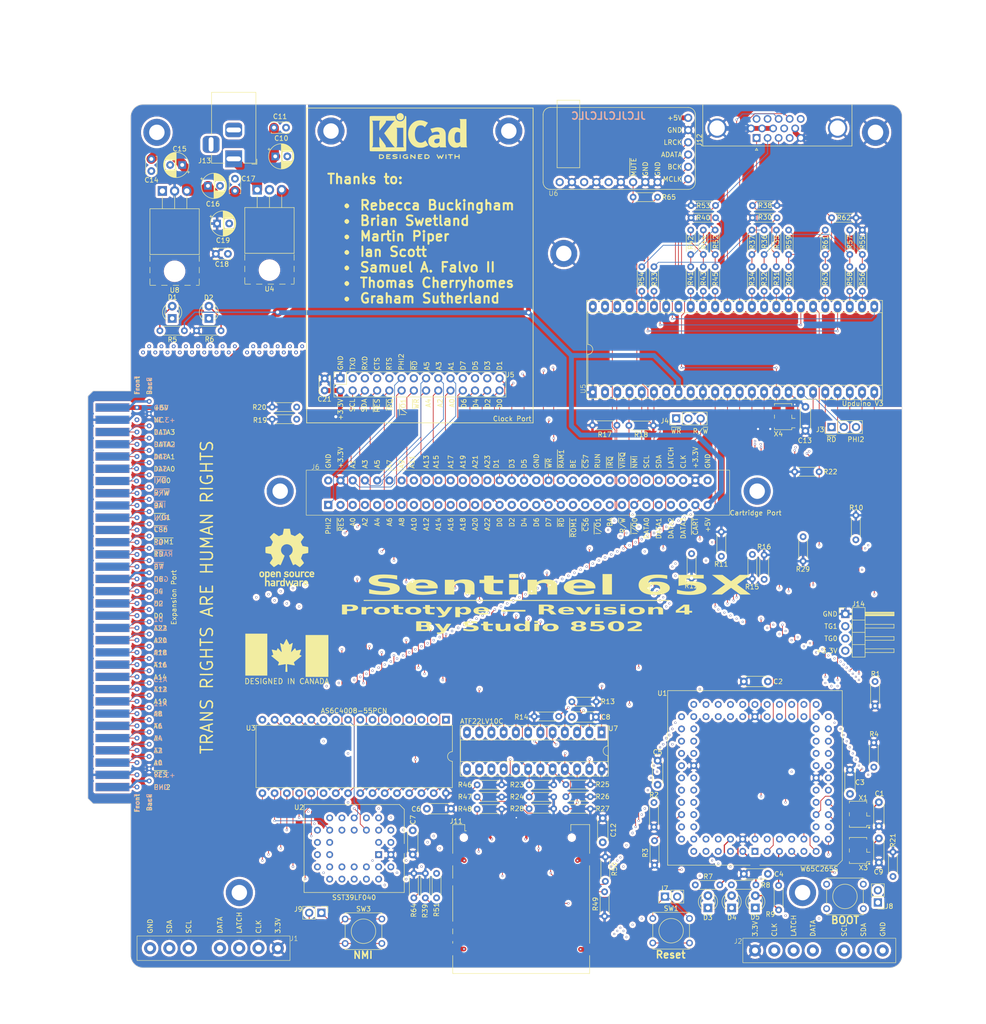
<source format=kicad_pcb>
(kicad_pcb
	(version 20240108)
	(generator "pcbnew")
	(generator_version "8.0")
	(general
		(thickness 1.6)
		(legacy_teardrops no)
	)
	(paper "A3")
	(layers
		(0 "F.Cu" signal "F.Cu (SMD)")
		(1 "In1.Cu" power "In1.Cu (GND)")
		(2 "In2.Cu" signal "In2.Cu (N-S)")
		(3 "In3.Cu" signal "In3.Cu. (E-W)")
		(4 "In4.Cu" power "In4.Cu (GND)")
		(31 "B.Cu" signal "B.Cu (MISC)")
		(32 "B.Adhes" user "B.Adhesive")
		(33 "F.Adhes" user "F.Adhesive")
		(34 "B.Paste" user)
		(35 "F.Paste" user)
		(36 "B.SilkS" user "B.Silkscreen")
		(37 "F.SilkS" user "F.Silkscreen")
		(38 "B.Mask" user)
		(39 "F.Mask" user)
		(40 "Dwgs.User" user "User.Drawings")
		(41 "Cmts.User" user "User.Comments")
		(42 "Eco1.User" user "User.Eco1")
		(43 "Eco2.User" user "User.Eco2")
		(44 "Edge.Cuts" user)
		(45 "Margin" user)
		(46 "B.CrtYd" user "B.Courtyard")
		(47 "F.CrtYd" user "F.Courtyard")
		(48 "B.Fab" user)
		(49 "F.Fab" user)
		(50 "User.1" user)
		(51 "User.2" user)
		(52 "User.3" user)
		(53 "User.4" user)
		(54 "User.5" user)
		(55 "User.6" user)
		(56 "User.7" user)
		(57 "User.8" user)
		(58 "User.9" user)
	)
	(setup
		(stackup
			(layer "F.SilkS"
				(type "Top Silk Screen")
				(color "White")
			)
			(layer "F.Paste"
				(type "Top Solder Paste")
			)
			(layer "F.Mask"
				(type "Top Solder Mask")
				(color "Red")
				(thickness 0.01)
			)
			(layer "F.Cu"
				(type "copper")
				(thickness 0.035)
			)
			(layer "dielectric 1"
				(type "prepreg")
				(thickness 0.1)
				(material "FR4")
				(epsilon_r 4.5)
				(loss_tangent 0.02)
			)
			(layer "In1.Cu"
				(type "copper")
				(thickness 0.035)
			)
			(layer "dielectric 2"
				(type "core")
				(thickness 0.535)
				(material "FR4")
				(epsilon_r 4.5)
				(loss_tangent 0.02)
			)
			(layer "In2.Cu"
				(type "copper")
				(thickness 0.035)
			)
			(layer "dielectric 3"
				(type "prepreg")
				(thickness 0.1)
				(material "FR4")
				(epsilon_r 4.5)
				(loss_tangent 0.02)
			)
			(layer "In3.Cu"
				(type "copper")
				(thickness 0.035)
			)
			(layer "dielectric 4"
				(type "core")
				(thickness 0.535)
				(material "FR4")
				(epsilon_r 4.5)
				(loss_tangent 0.02)
			)
			(layer "In4.Cu"
				(type "copper")
				(thickness 0.035)
			)
			(layer "dielectric 5"
				(type "prepreg")
				(color "#808080FF")
				(thickness 0.1)
				(material "FR4")
				(epsilon_r 4.5)
				(loss_tangent 0.02)
			)
			(layer "B.Cu"
				(type "copper")
				(thickness 0.035)
			)
			(layer "B.Mask"
				(type "Bottom Solder Mask")
				(color "Red")
				(thickness 0.01)
			)
			(layer "B.Paste"
				(type "Bottom Solder Paste")
			)
			(layer "B.SilkS"
				(type "Bottom Silk Screen")
				(color "White")
			)
			(copper_finish "None")
			(dielectric_constraints no)
		)
		(pad_to_mask_clearance 0)
		(allow_soldermask_bridges_in_footprints no)
		(grid_origin 90.380852 153.942679)
		(pcbplotparams
			(layerselection 0x00010fc_ffffffff)
			(plot_on_all_layers_selection 0x0000000_00000000)
			(disableapertmacros no)
			(usegerberextensions no)
			(usegerberattributes yes)
			(usegerberadvancedattributes yes)
			(creategerberjobfile yes)
			(dashed_line_dash_ratio 12.000000)
			(dashed_line_gap_ratio 3.000000)
			(svgprecision 4)
			(plotframeref no)
			(viasonmask no)
			(mode 1)
			(useauxorigin no)
			(hpglpennumber 1)
			(hpglpenspeed 20)
			(hpglpendiameter 15.000000)
			(pdf_front_fp_property_popups yes)
			(pdf_back_fp_property_popups yes)
			(dxfpolygonmode yes)
			(dxfimperialunits yes)
			(dxfusepcbnewfont yes)
			(psnegative no)
			(psa4output no)
			(plotreference yes)
			(plotvalue yes)
			(plotfptext yes)
			(plotinvisibletext no)
			(sketchpadsonfab no)
			(subtractmaskfromsilk no)
			(outputformat 1)
			(mirror no)
			(drillshape 0)
			(scaleselection 1)
			(outputdirectory "production/")
		)
	)
	(net 0 "")
	(net 1 "GND")
	(net 2 "+3.3V")
	(net 3 "/A1")
	(net 4 "/A3")
	(net 5 "/A5")
	(net 6 "/A7")
	(net 7 "/A9")
	(net 8 "/A11")
	(net 9 "/A13")
	(net 10 "/A15")
	(net 11 "/A17")
	(net 12 "/A19")
	(net 13 "/A21")
	(net 14 "/A23")
	(net 15 "/D1")
	(net 16 "/D3")
	(net 17 "/D5")
	(net 18 "/~{WR}")
	(net 19 "/BE")
	(net 20 "/RUN")
	(net 21 "/~{IRQ}")
	(net 22 "/~{VIRQ}")
	(net 23 "/~{NMI}")
	(net 24 "/I2C_SCL")
	(net 25 "/I2C_SDA")
	(net 26 "/SNES_LATCH")
	(net 27 "/SNES_CLK")
	(net 28 "/PHI2")
	(net 29 "/~{RES}")
	(net 30 "/A0")
	(net 31 "/A2")
	(net 32 "/A4")
	(net 33 "/A6")
	(net 34 "/A8")
	(net 35 "/A10")
	(net 36 "/A12")
	(net 37 "/A14")
	(net 38 "/A16")
	(net 39 "/A18")
	(net 40 "/A20")
	(net 41 "/A22")
	(net 42 "/D0")
	(net 43 "/D2")
	(net 44 "/D4")
	(net 45 "/D6")
	(net 46 "/D7")
	(net 47 "/~{RD}")
	(net 48 "/~{CS}6")
	(net 49 "/~{I{slash}O}1")
	(net 50 "/BA")
	(net 51 "/R{slash}~{W}")
	(net 52 "/~{I{slash}O}0")
	(net 53 "/SNES_DATA0")
	(net 54 "/SNES_DATA1")
	(net 55 "/SNES_DATA2")
	(net 56 "/SNES_DATA3")
	(net 57 "/MOSI")
	(net 58 "/RTS")
	(net 59 "/CTS")
	(net 60 "/BL1")
	(net 61 "/~{BOOT_SEL}")
	(net 62 "/RXD")
	(net 63 "/TXD")
	(net 64 "/FCLK")
	(net 65 "/CLK")
	(net 66 "/SCK")
	(net 67 "/~{CS}4")
	(net 68 "/~{CS}5")
	(net 69 "/~{CS}7")
	(net 70 "/~{FPGA_RESET}")
	(net 71 "/CDONE")
	(net 72 "/MISO")
	(net 73 "/~{SD_SS}")
	(net 74 "/~{ROM}0")
	(net 75 "/~{RAM}0")
	(net 76 "Net-(D1-A)")
	(net 77 "Net-(D3-A)")
	(net 78 "/~{RAM}1")
	(net 79 "/~{ROM}1")
	(net 80 "/VERA_18")
	(net 81 "+5V")
	(net 82 "/SYSCLK")
	(net 83 "/R0")
	(net 84 "/R2")
	(net 85 "/R1")
	(net 86 "/G0")
	(net 87 "/R3")
	(net 88 "/G2")
	(net 89 "/G1")
	(net 90 "/B0")
	(net 91 "/G3")
	(net 92 "/B2")
	(net 93 "/B1")
	(net 94 "/HSYNC")
	(net 95 "/B3")
	(net 96 "/VSYNC")
	(net 97 "/BCK")
	(net 98 "/ADATA")
	(net 99 "/LRCK")
	(net 100 "/BLUE")
	(net 101 "/GREEN")
	(net 102 "/RED")
	(net 103 "Net-(D2-A)")
	(net 104 "Net-(D4-A)")
	(net 105 "Net-(D5-A)")
	(net 106 "/BL2")
	(net 107 "/BL3")
	(net 108 "/VERA_7")
	(net 109 "Net-(R30-Pad2)")
	(net 110 "unconnected-(J10-Pin_b31-Padb31)")
	(net 111 "unconnected-(J10-Pin_b31-Padb31)_0")
	(net 112 "Net-(J11-DAT1)")
	(net 113 "Net-(J11-DAT2)")
	(net 114 "unconnected-(J12-Pad11)")
	(net 115 "unconnected-(J12-Pad4)")
	(net 116 "unconnected-(J12-Pad15)")
	(net 117 "unconnected-(J12-Pad9)")
	(net 118 "unconnected-(J12-Pad12)")
	(net 119 "Net-(R32-Pad2)")
	(net 120 "unconnected-(U1A-~{FCLKO}-Pad15)")
	(net 121 "unconnected-(U1A-RUN-Pad14)")
	(net 122 "unconnected-(U1A-BA-Pad21)")
	(net 123 "unconnected-(U1A-~{CLKO}-Pad19)")
	(net 124 "unconnected-(U5-+3.3V-Pad9)")
	(net 125 "unconnected-(U5-FLASH_MISO-Pad45)")
	(net 126 "unconnected-(U5-CLK_12M_EXT-Pad41)")
	(net 127 "unconnected-(U5-FT_SCK-Pad47)")
	(net 128 "unconnected-(U5-~{FT_SS}-Pad48)")
	(net 129 "unconnected-(U5-FLASH_MOSI-Pad46)")
	(net 130 "unconnected-(U5-VIO-Pad2)")
	(net 131 "unconnected-(U6-A3V3-Pad11)")
	(net 132 "unconnected-(U6-ROUT-Pad9)")
	(net 133 "unconnected-(U6-LOUT-Pad7)")
	(net 134 "Net-(R33-Pad2)")
	(net 135 "Net-(R40-Pad2)")
	(net 136 "Net-(R42-Pad2)")
	(net 137 "Net-(R44-Pad2)")
	(net 138 "Net-(R55-Pad2)")
	(net 139 "Net-(R57-Pad2)")
	(net 140 "Net-(R59-Pad2)")
	(net 141 "unconnected-(U7-IN-Pad13)")
	(net 142 "unconnected-(U7-I{slash}O-Pad16)")
	(net 143 "unconnected-(U7-I{slash}O-Pad15)")
	(net 144 "unconnected-(U7-I{slash}O-Pad17)")
	(net 145 "unconnected-(U7-I{slash}O-Pad14)")
	(net 146 "Net-(U4-IN)")
	(net 147 "/~{CART}")
	(net 148 "/~{SD_WP}")
	(net 149 "/~{SD_CD}")
	(net 150 "unconnected-(J13-MountPin-Pad3)")
	(net 151 "/~{MUTE}")
	(net 152 "/TG0")
	(net 153 "/TG1")
	(footprint "Resistor_THT:R_Axial_DIN0204_L3.6mm_D1.6mm_P5.08mm_Horizontal" (layer "F.Cu") (at 218.023531 150.221827 90))
	(footprint "Resistor_THT:R_Axial_DIN0204_L3.6mm_D1.6mm_P5.08mm_Horizontal" (layer "F.Cu") (at 158.455 197.875))
	(footprint "Capacitor_THT:C_Disc_D4.3mm_W1.9mm_P5.00mm" (layer "F.Cu") (at 195.918531 187.826827 -90))
	(footprint "Resistor_THT:R_Axial_DIN0204_L3.6mm_D1.6mm_P5.08mm_Horizontal" (layer "F.Cu") (at 202.775852 90.442679 90))
	(footprint "Capacitor_THT:C_Disc_D4.3mm_W1.9mm_P5.00mm" (layer "F.Cu") (at 241.828173 208.96 90))
	(footprint "Resistor_THT:R_Axial_DIN0204_L3.6mm_D1.6mm_P5.08mm_Horizontal" (layer "F.Cu") (at 229.434306 127.897878 180))
	(footprint "Resistor_THT:R_Axial_DIN0204_L3.6mm_D1.6mm_P5.08mm_Horizontal" (layer "F.Cu") (at 223.095852 90.442679 90))
	(footprint "Resistor_THT:R_Axial_DIN0204_L3.6mm_D1.6mm_P5.08mm_Horizontal" (layer "F.Cu") (at 195.155041 201.608025 90))
	(footprint "Symbol:OSHW-Logo_11.4x12mm_SilkScreen" (layer "F.Cu") (at 118.942135 145.687679))
	(footprint "Capacitor_THT:C_Disc_D4.3mm_W1.9mm_P5.00mm" (layer "F.Cu") (at 184.518267 199.7716 -90))
	(footprint "Resistor_THT:R_Axial_DIN0204_L3.6mm_D1.6mm_P5.08mm_Horizontal" (layer "F.Cu") (at 175.381704 178.665358 180))
	(footprint "Connector:SNES Controller Port (Female, 90º, THT)" (layer "F.Cu") (at 101.832102 226.745 180))
	(footprint "Capacitor_THT:C_Disc_D3.4mm_W2.1mm_P2.50mm" (layer "F.Cu") (at 90.828531 63.011827 -90))
	(footprint "Resistor_THT:R_Axial_DIN0204_L3.6mm_D1.6mm_P5.08mm_Horizontal" (layer "F.Cu") (at 218.015852 90.442679 90))
	(footprint "Connector_PinHeader_2.54mm:PinHeader_1x04_P2.54mm_Horizontal" (layer "F.Cu") (at 234.87 157.4))
	(footprint "Resistor_THT:R_Axial_DIN0204_L3.6mm_D1.6mm_P5.08mm_Horizontal" (layer "F.Cu") (at 207.855852 90.442679 90))
	(footprint "Capacitor_THT:C_Disc_D4.3mm_W1.9mm_P5.00mm" (layer "F.Cu") (at 226.588173 119.423531 90))
	(footprint "Connector_Card:SD_Hirose_DM1AA_SF_PEJ82" (layer "F.Cu") (at 167.589126 216.546139))
	(footprint "Connector_BarrelJack:BarrelJack_Horizontal" (layer "F.Cu") (at 107.928531 62.981827 -90))
	(footprint "MountingHole:MountingHole_3.2mm_M3_DIN965_Pad" (layer "F.Cu") (at 128.117172 57.207679))
	(footprint "Resistor_THT:R_Axial_DIN0204_L3.6mm_D1.6mm_P5.08mm_Horizontal" (layer "F.Cu") (at 192.615852 90.442679 90))
	(footprint "Resistor_THT:R_Axial_DIN0204_L3.6mm_D1.6mm_P5.08mm_Horizontal" (layer "F.Cu") (at 215.475852 90.442679 90))
	(footprint "Resistor_THT:R_Axial_DIN0204_L3.6mm_D1.6mm_P5.08mm_Horizontal" (layer "F.Cu") (at 169.25 195.36))
	(footprint "Capacitor_THT:C_Disc_D4.3mm_W1.9mm_P5.00mm" (layer "F.Cu") (at 241.828173 201.453531 90))
	(footprint "Capacitor_THT:C_Disc_D3.4mm_W2.1mm_P2.50mm" (layer "F.Cu") (at 104.225 82.69))
	(footprint "Connector_PinHeader_2.54mm:PinHeader_1x02_P2.54mm_Vertical" (layer "F.Cu") (at 241.623621 217.254071 180))
	(footprint "Resistor_THT:R_Axial_DIN0204_L3.6mm_D1.6mm_P5.08mm_Horizontal" (layer "F.Cu") (at 230.715852 90.442679 90))
	(footprint "Oscillator:Oscillator_SMD_EuroQuartz_XO53-4Pin_5.0x3.2mm_HandSoldering" (layer "F.Cu") (at 221.955852 116.463392 90))
	(footprint "Resistor_THT:R_Axial_DIN0204_L3.6mm_D1.6mm_P5.08mm_Horizontal"
		(layer "F.Cu")
		(uuid "45c03259-8a6b-49d1-9e1a-47a6f0067e76")
		(at 205.392978 90.442679 90)
		(descr "Resistor, Axial_DIN0204 series, Axial, Horizontal, pin pitch=5.08mm, 0.167W, length*diameter=3.6*1.6mm^2, http://cdn-reichelt.de/documents/datenblatt/B400/1_4W%23YAG.pdf")
		(tags "Resistor Axial_DIN0204 series Axial Horizontal pin pitch 5.08mm 0.167W length 3.6mm diameter 1.6mm")
		(property "Reference" "R43"
			(at 2.612891 0.02709 90)
			(layer "F.SilkS")
			(uuid "cddad1c4-98a9-4d23-b8b0-f7d577f41ab2")
			(effects
				(font
					(size 1 1)
					(thickness 0.15)
				)
			)
		)
		(property "Value" "800Ω"
			(at 2.54 1.92 -90)
			(layer "F.Fab")
			(hide yes)
			(uuid "e85fc1c3-d6ae-4e2d-a84c-eadf64dfca84")
			(effects
				(font
					(size 1 1)
					(thickness 0.15)
				)
			)
		)
		(property "Footprint" "Resistor_THT:R_Axial_DIN0204_L3.6mm_D1.6mm_P5.08mm_Horizontal"
			(at 0 0 90)
			(unlocked yes)
			(layer "F.Fab")
			(hide yes)
			(uuid "dabab882-2384-4544-a709-dfb53459aea8")
			(effects
				(font
					(size 1.27 1.27)
				)
			)
		)
		(property "Datasheet" ""
			(at 0 0 90)
			(unlocked yes)
			(layer "F.Fab")
			(hide yes)
			(uuid "26320ad4-edf4-4504-a0fa-24f584b3d889")
			(effects
				(font
					(size 1.27 1.27)
				)
			)
		)
		(property "Description" ""
			(at 0 0 90)
			(unlocked yes)
			(layer "F.Fab")
			(hide yes)
			(uuid "43a29daf-eaeb-4388-80d9-f0b5aa898a4a")
			(effects
				(font
					(size 1.27 1.27)
				)
			)
		)
		(property ki_fp_filters "R_*")
		(path "/d7027a02-07a3-47fe-bf17-4d77c2cefd89")
		(sheetname "Root")
		(sheetfile "Sentinel 65X - Prototype 4.kicad_sch")
		(attr through_hole)
		(fp_line
			(start 0.62 -0.92)
			(end 4.46 -0.92)
			(stroke
				(width 0.12)
				(type solid)
			)
			(layer "F.SilkS")
			(uuid "647cfee0-d42a-4435-9fc8-00ec480a8c8b")
		)
		(fp_line
			(start 0.62 0.92)
			(end 4.46 0.92)
			(stroke
				(width 0.12)
				(type solid)
			)
			(layer "F.SilkS")
			(uuid "eb96293f-b8e8-413e-92a8-87ddf05c557b")
		)
		(fp_line
			(start 6.03 -1.05)
			(end -0.95 -1.05)
			(stroke
				(width 0.05)
				(type solid)
			)
			(layer "F.CrtYd")
			(uuid "f1451ff5-e1d7-4095-a448-ded31377e04e")
		)
		(fp_line
			(start -0.95 -1.05)
			(end -0.95 1.05)
			(stroke
				(width 0.05)
				(type solid)
			)
			(layer "F.CrtYd")
			(uuid "07ccc160-c589-4d3d-affc-86afbfca3b72")
		)
		(fp_line
			(start 6.03 1.05)
			(end 6.03 -1.05)
			(stroke
				(width 0.05)
				(type solid)
			)
			(layer "F.CrtYd")
			(uuid "e7566a74-1913-426e-9df4-99aad2136656")
		)
		(fp_line
			(start -0.95 1.05)
			(end 6.03 1.05)
			(stroke
				(width 0.05)
				(type solid)
			)
			(layer "F.CrtYd")
			(uuid "c6d5e0e8-d981-479a-8c05-d8dda334a975")
		)
		(fp_line
			(start 4.34 -0.8)
			(end 0.74 -0.8)
			(stroke
				(width 0.1)
				(type solid)
			)
			(layer "F.Fab")
			(uuid "d347ca14-0256-47a6-aad6-8a6d78bbb7d2")
		)
		(fp_line
			(start 0.74 -0.8)
			(end 0.74 0.8)
			(stroke
				(width 0.1)
				(type solid)
			)
			(layer "F.Fab")
			(uuid "e0f5116f-3262-439c-8d32-d5586b5ea559")
		)
		(fp_line
			(start 5.08 0)
			(end 4.34 0)
			(stroke
				(width 0.1)
				(type solid)
			)
			(layer "F.Fab")
			(uuid "eaecf4e5-c409-414b-b2be-a33ae79c6b37")
		)
		(fp_line
			(start 0 0)
			(end 0.74 0)
			(stroke
				(width 0.1)
				(type solid)
			)
			(layer "F.Fab")
			(uuid "4d8ac42e-7cae-4452-9b02-c9342ef20da4")
		)
		(fp_line
			(start 4.34 0.8)
			(end 4.34 -0.8)
			(stroke
				(width 0.1)
				(type solid)
			)
			(layer "F.Fab")
			(uuid "95ca8ab4-d7b1-404f-ae77-3cfef34bd390")
		)
		(fp_line
			(start 0.74 0.8)
			(end 4.34 0.8)
			(stroke
				(width 0.1)
				(type solid)
			)
			(layer "F.Fab")
			(uuid "06ddfb65-67d4-420d-82e7-d8e3b8be2f2a")
		)
		(fp_text user "${REFERENCE}"
			(at 2.54 0 -90)
			(layer "F.Fab")
			(uuid "16c1f591-e370-4eee-8d9a-01850cd068d0")
			(effects
				(font
					(size 0.72 0.72)
					(thickness 0.108)
				)
			)
		)
		(pad "1" thru_hole circle
			(at 0 0 90)
			(size 1.4 1.4)
			(drill 0.7)
			(layers "*.Cu" "*.Mask")
			(remove_unused_layers no)
			(net 89 "/G1")
			(pintype "passive")
			(uuid "f9e4ffce-91a3-422a-a7c6-2aa5eb27bc72")
		)
		(pad "2" thru
... [7884128 chars truncated]
</source>
